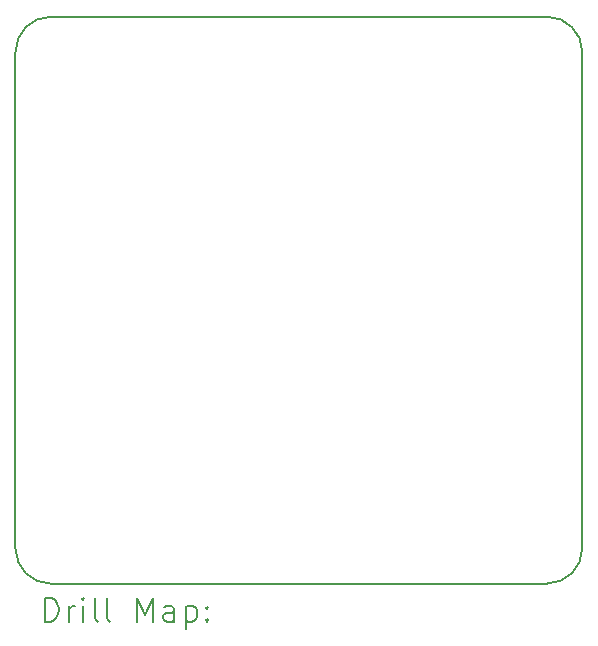
<source format=gbr>
%TF.GenerationSoftware,KiCad,Pcbnew,8.0.6*%
%TF.CreationDate,2025-01-01T01:37:25-07:00*%
%TF.ProjectId,AD9744 Ersatz Eval Board Rev. A,41443937-3434-4204-9572-7361747a2045,rev?*%
%TF.SameCoordinates,Original*%
%TF.FileFunction,Drillmap*%
%TF.FilePolarity,Positive*%
%FSLAX45Y45*%
G04 Gerber Fmt 4.5, Leading zero omitted, Abs format (unit mm)*
G04 Created by KiCad (PCBNEW 8.0.6) date 2025-01-01 01:37:25*
%MOMM*%
%LPD*%
G01*
G04 APERTURE LIST*
%ADD10C,0.200000*%
G04 APERTURE END LIST*
D10*
X12067500Y-7750000D02*
X16267500Y-7750000D01*
X12067500Y-12550000D02*
G75*
G02*
X11767500Y-12250000I0J300000D01*
G01*
X11767500Y-8050000D02*
G75*
G02*
X12067500Y-7750000I300000J0D01*
G01*
X16267500Y-7750000D02*
G75*
G02*
X16567500Y-8050000I0J-300000D01*
G01*
X16567500Y-12250000D02*
G75*
G02*
X16267500Y-12550000I-300000J0D01*
G01*
X16267500Y-12550000D02*
X12067500Y-12550000D01*
X11767500Y-12250000D02*
X11767500Y-8050000D01*
X16567500Y-8050000D02*
X16567500Y-12250000D01*
X12018277Y-12871484D02*
X12018277Y-12671484D01*
X12018277Y-12671484D02*
X12065896Y-12671484D01*
X12065896Y-12671484D02*
X12094467Y-12681008D01*
X12094467Y-12681008D02*
X12113515Y-12700055D01*
X12113515Y-12700055D02*
X12123039Y-12719103D01*
X12123039Y-12719103D02*
X12132562Y-12757198D01*
X12132562Y-12757198D02*
X12132562Y-12785769D01*
X12132562Y-12785769D02*
X12123039Y-12823865D01*
X12123039Y-12823865D02*
X12113515Y-12842912D01*
X12113515Y-12842912D02*
X12094467Y-12861960D01*
X12094467Y-12861960D02*
X12065896Y-12871484D01*
X12065896Y-12871484D02*
X12018277Y-12871484D01*
X12218277Y-12871484D02*
X12218277Y-12738150D01*
X12218277Y-12776246D02*
X12227801Y-12757198D01*
X12227801Y-12757198D02*
X12237324Y-12747674D01*
X12237324Y-12747674D02*
X12256372Y-12738150D01*
X12256372Y-12738150D02*
X12275420Y-12738150D01*
X12342086Y-12871484D02*
X12342086Y-12738150D01*
X12342086Y-12671484D02*
X12332562Y-12681008D01*
X12332562Y-12681008D02*
X12342086Y-12690531D01*
X12342086Y-12690531D02*
X12351610Y-12681008D01*
X12351610Y-12681008D02*
X12342086Y-12671484D01*
X12342086Y-12671484D02*
X12342086Y-12690531D01*
X12465896Y-12871484D02*
X12446848Y-12861960D01*
X12446848Y-12861960D02*
X12437324Y-12842912D01*
X12437324Y-12842912D02*
X12437324Y-12671484D01*
X12570658Y-12871484D02*
X12551610Y-12861960D01*
X12551610Y-12861960D02*
X12542086Y-12842912D01*
X12542086Y-12842912D02*
X12542086Y-12671484D01*
X12799229Y-12871484D02*
X12799229Y-12671484D01*
X12799229Y-12671484D02*
X12865896Y-12814341D01*
X12865896Y-12814341D02*
X12932562Y-12671484D01*
X12932562Y-12671484D02*
X12932562Y-12871484D01*
X13113515Y-12871484D02*
X13113515Y-12766722D01*
X13113515Y-12766722D02*
X13103991Y-12747674D01*
X13103991Y-12747674D02*
X13084943Y-12738150D01*
X13084943Y-12738150D02*
X13046848Y-12738150D01*
X13046848Y-12738150D02*
X13027801Y-12747674D01*
X13113515Y-12861960D02*
X13094467Y-12871484D01*
X13094467Y-12871484D02*
X13046848Y-12871484D01*
X13046848Y-12871484D02*
X13027801Y-12861960D01*
X13027801Y-12861960D02*
X13018277Y-12842912D01*
X13018277Y-12842912D02*
X13018277Y-12823865D01*
X13018277Y-12823865D02*
X13027801Y-12804817D01*
X13027801Y-12804817D02*
X13046848Y-12795293D01*
X13046848Y-12795293D02*
X13094467Y-12795293D01*
X13094467Y-12795293D02*
X13113515Y-12785769D01*
X13208753Y-12738150D02*
X13208753Y-12938150D01*
X13208753Y-12747674D02*
X13227801Y-12738150D01*
X13227801Y-12738150D02*
X13265896Y-12738150D01*
X13265896Y-12738150D02*
X13284943Y-12747674D01*
X13284943Y-12747674D02*
X13294467Y-12757198D01*
X13294467Y-12757198D02*
X13303991Y-12776246D01*
X13303991Y-12776246D02*
X13303991Y-12833388D01*
X13303991Y-12833388D02*
X13294467Y-12852436D01*
X13294467Y-12852436D02*
X13284943Y-12861960D01*
X13284943Y-12861960D02*
X13265896Y-12871484D01*
X13265896Y-12871484D02*
X13227801Y-12871484D01*
X13227801Y-12871484D02*
X13208753Y-12861960D01*
X13389705Y-12852436D02*
X13399229Y-12861960D01*
X13399229Y-12861960D02*
X13389705Y-12871484D01*
X13389705Y-12871484D02*
X13380182Y-12861960D01*
X13380182Y-12861960D02*
X13389705Y-12852436D01*
X13389705Y-12852436D02*
X13389705Y-12871484D01*
X13389705Y-12747674D02*
X13399229Y-12757198D01*
X13399229Y-12757198D02*
X13389705Y-12766722D01*
X13389705Y-12766722D02*
X13380182Y-12757198D01*
X13380182Y-12757198D02*
X13389705Y-12747674D01*
X13389705Y-12747674D02*
X13389705Y-12766722D01*
M02*

</source>
